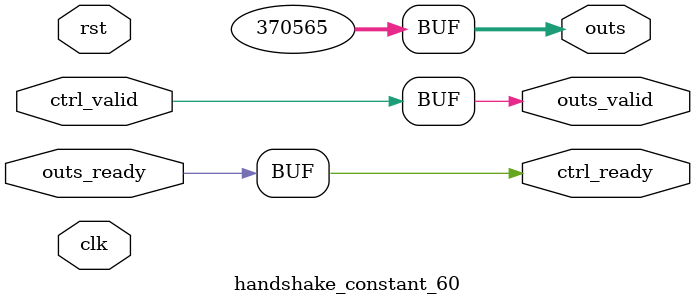
<source format=v>
`timescale 1ns / 1ps
module handshake_constant_60 #(
  parameter DATA_WIDTH = 32  // Default set to 32 bits
) (
  input                       clk,
  input                       rst,
  // Input Channel
  input                       ctrl_valid,
  output                      ctrl_ready,
  // Output Channel
  output [DATA_WIDTH - 1 : 0] outs,
  output                      outs_valid,
  input                       outs_ready
);
  assign outs       = 20'b01011010011110000101;
  assign outs_valid = ctrl_valid;
  assign ctrl_ready = outs_ready;

endmodule

</source>
